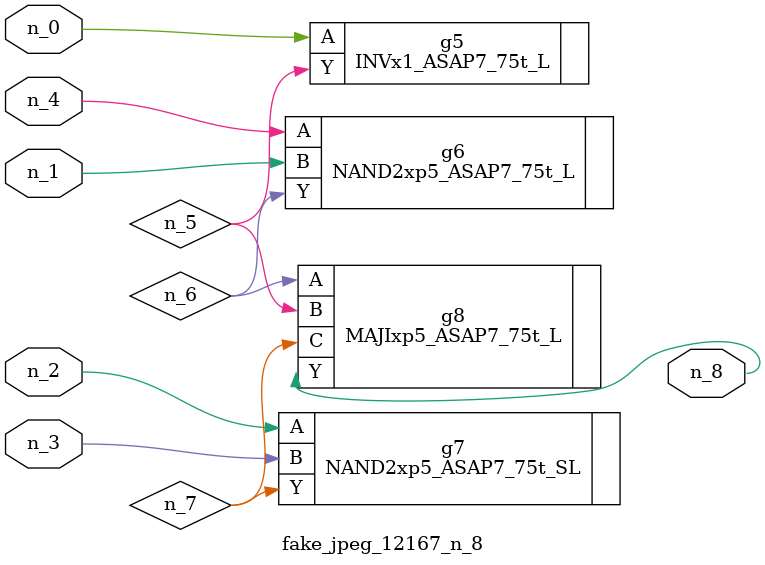
<source format=v>
module fake_jpeg_12167_n_8 (n_3, n_2, n_1, n_0, n_4, n_8);

input n_3;
input n_2;
input n_1;
input n_0;
input n_4;

output n_8;

wire n_6;
wire n_5;
wire n_7;

INVx1_ASAP7_75t_L g5 ( 
.A(n_0),
.Y(n_5)
);

NAND2xp5_ASAP7_75t_L g6 ( 
.A(n_4),
.B(n_1),
.Y(n_6)
);

NAND2xp5_ASAP7_75t_SL g7 ( 
.A(n_2),
.B(n_3),
.Y(n_7)
);

MAJIxp5_ASAP7_75t_L g8 ( 
.A(n_6),
.B(n_5),
.C(n_7),
.Y(n_8)
);


endmodule
</source>
